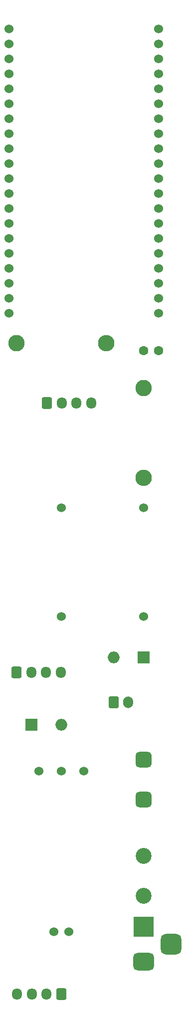
<source format=gbs>
%TF.GenerationSoftware,KiCad,Pcbnew,7.0.11-2.fc39*%
%TF.CreationDate,2024-04-23T12:03:03+00:00*%
%TF.ProjectId,Smart Prusa MK4 enclosure,536d6172-7420-4507-9275-7361204d4b34,1.2*%
%TF.SameCoordinates,Original*%
%TF.FileFunction,Soldermask,Bot*%
%TF.FilePolarity,Negative*%
%FSLAX46Y46*%
G04 Gerber Fmt 4.6, Leading zero omitted, Abs format (unit mm)*
G04 Created by KiCad (PCBNEW 7.0.11-2.fc39) date 2024-04-23 12:03:03*
%MOMM*%
%LPD*%
G01*
G04 APERTURE LIST*
G04 Aperture macros list*
%AMRoundRect*
0 Rectangle with rounded corners*
0 $1 Rounding radius*
0 $2 $3 $4 $5 $6 $7 $8 $9 X,Y pos of 4 corners*
0 Add a 4 corners polygon primitive as box body*
4,1,4,$2,$3,$4,$5,$6,$7,$8,$9,$2,$3,0*
0 Add four circle primitives for the rounded corners*
1,1,$1+$1,$2,$3*
1,1,$1+$1,$4,$5*
1,1,$1+$1,$6,$7*
1,1,$1+$1,$8,$9*
0 Add four rect primitives between the rounded corners*
20,1,$1+$1,$2,$3,$4,$5,0*
20,1,$1+$1,$4,$5,$6,$7,0*
20,1,$1+$1,$6,$7,$8,$9,0*
20,1,$1+$1,$8,$9,$2,$3,0*%
G04 Aperture macros list end*
%ADD10C,2.800000*%
%ADD11O,2.800000X2.800000*%
%ADD12RoundRect,0.250000X-0.600000X-0.725000X0.600000X-0.725000X0.600000X0.725000X-0.600000X0.725000X0*%
%ADD13O,1.700000X1.950000*%
%ADD14RoundRect,0.675000X-0.675000X0.675000X-0.675000X-0.675000X0.675000X-0.675000X0.675000X0.675000X0*%
%ADD15C,2.700000*%
%ADD16C,1.524000*%
%ADD17R,3.500000X3.500000*%
%ADD18RoundRect,0.750000X1.000000X-0.750000X1.000000X0.750000X-1.000000X0.750000X-1.000000X-0.750000X0*%
%ADD19RoundRect,0.875000X0.875000X-0.875000X0.875000X0.875000X-0.875000X0.875000X-0.875000X-0.875000X0*%
%ADD20O,2.000000X2.000000*%
%ADD21R,2.000000X2.000000*%
%ADD22RoundRect,0.250000X0.600000X0.725000X-0.600000X0.725000X-0.600000X-0.725000X0.600000X-0.725000X0*%
%ADD23RoundRect,0.250000X-0.600000X-0.750000X0.600000X-0.750000X0.600000X0.750000X-0.600000X0.750000X0*%
%ADD24O,1.700000X2.000000*%
%ADD25C,1.600000*%
G04 APERTURE END LIST*
D10*
%TO.C,R2*%
X48260000Y-83820000D03*
D11*
X48260000Y-99060000D03*
%TD*%
D12*
%TO.C,SENSOCKET1*%
X31870000Y-86360000D03*
D13*
X34370000Y-86360000D03*
X36870000Y-86360000D03*
X39370000Y-86360000D03*
%TD*%
D14*
%TO.C,F1*%
X48260000Y-146910000D03*
X48260000Y-153670000D03*
D15*
X48260000Y-163260000D03*
X48260000Y-170020000D03*
%TD*%
D16*
%TO.C,MOSLED1*%
X33020000Y-176160000D03*
X35560000Y-176160000D03*
X30480000Y-148860000D03*
X34290000Y-148860000D03*
X38100000Y-148860000D03*
%TD*%
D17*
%TO.C,J1*%
X48260000Y-175260000D03*
D18*
X48260000Y-181260000D03*
D19*
X52960000Y-178260000D03*
%TD*%
D12*
%TO.C,FANSOCKET1*%
X26710000Y-132080000D03*
D13*
X29210000Y-132080000D03*
X31710000Y-132080000D03*
X34210000Y-132080000D03*
%TD*%
D20*
%TO.C,S1*%
X43180000Y-129540000D03*
D21*
X48260000Y-129540000D03*
%TD*%
D10*
%TO.C,R1*%
X26670000Y-76200000D03*
D11*
X41910000Y-76200000D03*
%TD*%
D22*
%TO.C,CPSOCKET1*%
X34290000Y-186690000D03*
D13*
X31790000Y-186690000D03*
X29290000Y-186690000D03*
X26790000Y-186690000D03*
%TD*%
D23*
%TO.C,LEDSOCKET1*%
X43180000Y-137160000D03*
D24*
X45680000Y-137160000D03*
%TD*%
D25*
%TO.C,C1*%
X48300000Y-77470000D03*
X50800000Y-77470000D03*
%TD*%
D20*
%TO.C,S2*%
X34290000Y-140970000D03*
D21*
X29210000Y-140970000D03*
%TD*%
D16*
%TO.C,U1*%
X25400000Y-25400000D03*
X25400000Y-22860000D03*
X25400000Y-27940000D03*
X25400000Y-30480000D03*
X25400000Y-33020000D03*
X25400000Y-35560000D03*
X25400000Y-38100000D03*
X25400000Y-40640000D03*
X25400000Y-43180000D03*
X25400000Y-45720000D03*
X25400000Y-48260000D03*
X25400000Y-50800000D03*
X25400000Y-53340000D03*
X25400000Y-55880000D03*
X25400000Y-58420000D03*
X25400000Y-60960000D03*
X25400000Y-63500000D03*
X25400000Y-66040000D03*
X25400000Y-68580000D03*
X25400000Y-71120000D03*
X50800000Y-68580000D03*
X50800000Y-66040000D03*
X50800000Y-63500000D03*
X50800000Y-60960000D03*
X50800000Y-58420000D03*
X50800000Y-55880000D03*
X50800000Y-53340000D03*
X50800000Y-50800000D03*
X50800000Y-48260000D03*
X50800000Y-45720000D03*
X50800000Y-43180000D03*
X50800000Y-40640000D03*
X50800000Y-38100000D03*
X50800000Y-35560000D03*
X50800000Y-33020000D03*
X50800000Y-30480000D03*
X50800000Y-27940000D03*
X50800000Y-25400000D03*
X50800000Y-22860000D03*
X50800000Y-71120000D03*
%TD*%
%TO.C,P1*%
X48260000Y-122640000D03*
X34260000Y-122640000D03*
X34260000Y-104140000D03*
X48260000Y-104140000D03*
%TD*%
M02*

</source>
